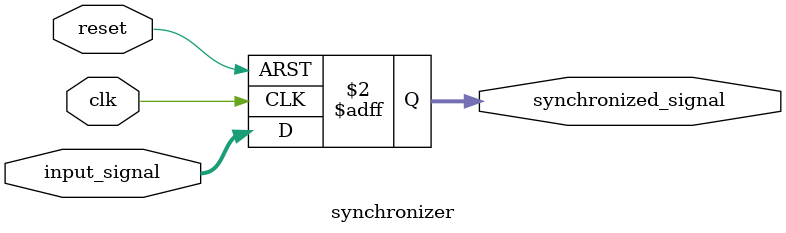
<source format=v>
module synchronizer (
    input clk,
    input reset,
    input [15:0] input_signal,
    output reg [15:0] synchronized_signal
);

always @(posedge clk or posedge reset) begin
    if (reset) begin
        synchronized_signal <= 0;
    end else begin
        synchronized_signal <= input_signal; 
    end
end

endmodule

</source>
